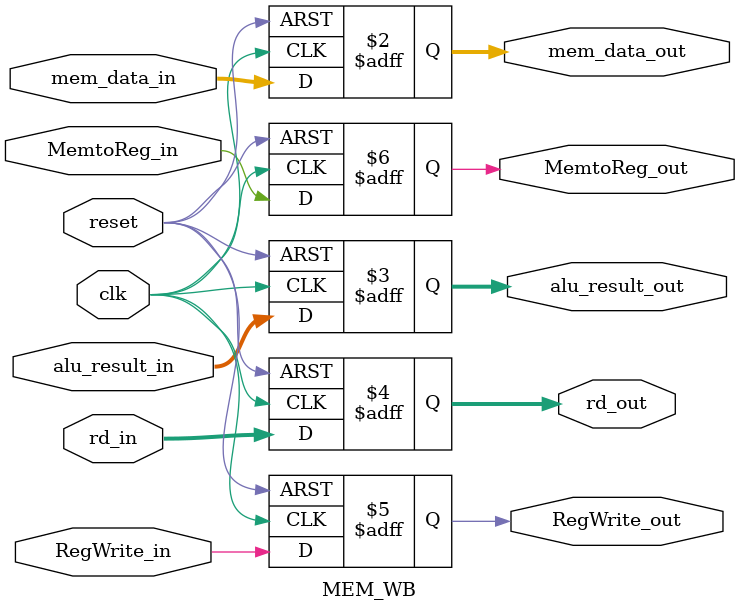
<source format=v>
`timescale 1ns / 1ps


module MEM_WB(input clk, reset,
    input [31:0] mem_data_in, alu_result_in,
    input [4:0] rd_in,
    input RegWrite_in, MemtoReg_in,
    output reg [31:0] mem_data_out, alu_result_out,
    output reg [4:0] rd_out,
    output reg RegWrite_out, MemtoReg_out);

    always @(posedge clk or posedge reset) begin
        if (reset) begin
            mem_data_out <= 0; alu_result_out <= 0; rd_out <= 0;
            RegWrite_out <= 0; MemtoReg_out <= 0;
        end else begin
            mem_data_out <= mem_data_in; alu_result_out <= alu_result_in; rd_out <= rd_in;
            RegWrite_out <= RegWrite_in; MemtoReg_out <= MemtoReg_in;
        end
    end
endmodule

</source>
